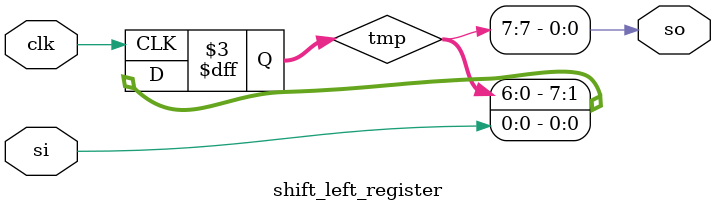
<source format=v>
module shift_left_register(clk,si,so);

input clk,si ; 
output so ; 
reg [7:0] tmp ; 

always @ (negedge clk) 
    begin 
        tmp <= tmp << 1 ; 
        tmp[0] <= si ; 
    end 
assign so = tmp[7] ; 

endmodule 
</source>
